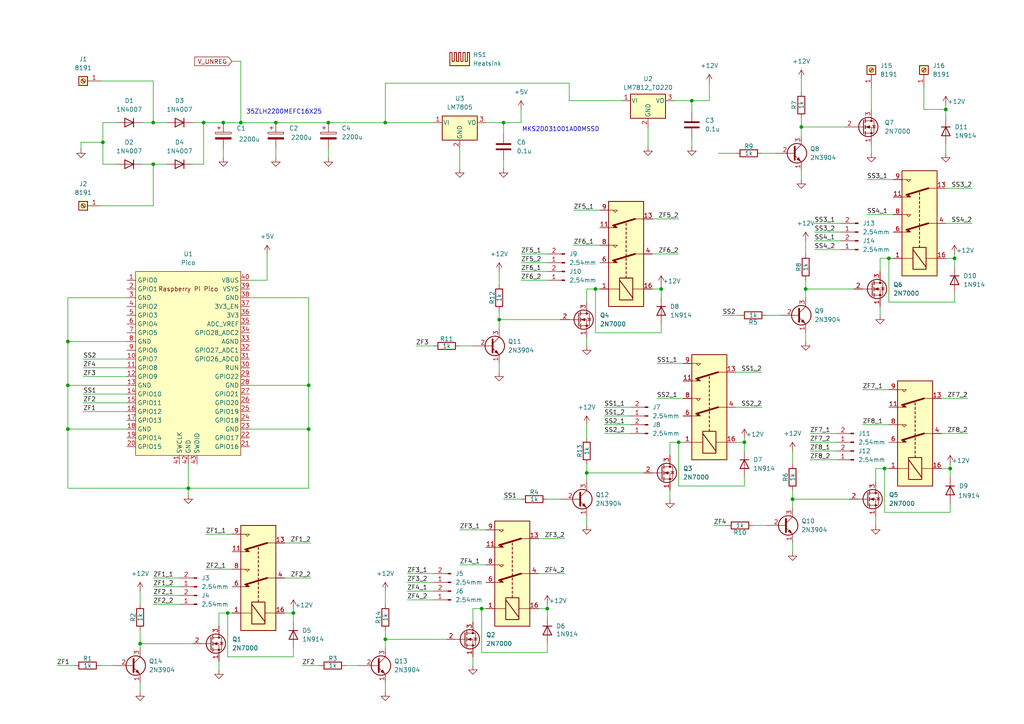
<source format=kicad_sch>
(kicad_sch (version 20231120) (generator "eeschema") (generator_version "8.0")
  (paper "A4")
  (junction (at 69.85 35.56))
  (junction (at 158.75 176.53))
  (junction (at 275.59 135.89))
  (junction (at 200.66 29.21))
  (junction (at 196.85 128.27))
  (junction (at 80.01 35.56))
  (junction (at 215.9 128.27))
  (junction (at 111.76 185.42))
  (junction (at 191.77 83.82))
  (junction (at 95.25 35.56))
  (junction (at 276.86 74.93))
  (junction (at 40.64 186.69))
  (junction (at 19.685 124.46))
  (junction (at 64.77 35.56))
  (junction (at 89.535 111.76))
  (junction (at 89.535 124.46))
  (junction (at 139.7 176.53))
  (junction (at 44.45 47.625))
  (junction (at 257.81 74.93))
  (junction (at 44.45 35.56))
  (junction (at 170.18 137.16))
  (junction (at 66.04 177.8))
  (junction (at 29.845 41.275))
  (junction (at 274.32 31.75))
  (junction (at 232.41 36.83))
  (junction (at 229.87 144.78))
  (junction (at 233.68 83.82))
  (junction (at 146.05 35.56))
  (junction (at 256.54 135.89))
  (junction (at 54.61 141.605))
  (junction (at 59.055 35.56))
  (junction (at 111.76 35.56))
  (junction (at 172.72 83.82))
  (junction (at 85.09 177.8))
  (junction (at 144.78 92.71))
  (junction (at 19.685 99.06))
  (junction (at 19.685 111.76))
  (wire (pts (xy 170.18 123.19) (xy 170.18 127)))
  (wire (pts (xy 190.5 115.57) (xy 198.12 115.57)))
  (wire (pts (xy 275.59 146.05) (xy 275.59 148.59)))
  (wire (pts (xy 111.76 35.56) (xy 125.73 35.56)))
  (wire (pts (xy 144.78 78.74) (xy 144.78 82.55)))
  (wire (pts (xy 80.01 43.18) (xy 80.01 45.72)))
  (wire (pts (xy 256.54 135.89) (xy 256.54 148.59)))
  (wire (pts (xy 170.18 83.82) (xy 170.18 87.63)))
  (wire (pts (xy 85.09 187.96) (xy 85.09 190.5)))
  (wire (pts (xy 85.09 190.5) (xy 66.04 190.5)))
  (wire (pts (xy 24.13 106.68) (xy 36.83 106.68)))
  (wire (pts (xy 170.18 83.82) (xy 172.72 83.82)))
  (wire (pts (xy 251.46 62.23) (xy 259.08 62.23)))
  (wire (pts (xy 59.69 165.1) (xy 67.31 165.1)))
  (wire (pts (xy 40.64 198.12) (xy 40.64 200.66)))
  (wire (pts (xy 250.19 123.19) (xy 257.81 123.19)))
  (wire (pts (xy 232.41 36.83) (xy 232.41 34.29)))
  (wire (pts (xy 276.86 74.93) (xy 276.86 77.47)))
  (wire (pts (xy 41.275 35.56) (xy 44.45 35.56)))
  (wire (pts (xy 89.535 124.46) (xy 89.535 111.76)))
  (wire (pts (xy 213.36 128.27) (xy 215.9 128.27)))
  (wire (pts (xy 194.31 142.24) (xy 194.31 144.78)))
  (wire (pts (xy 234.95 133.35) (xy 242.57 133.35)))
  (wire (pts (xy 200.66 40.005) (xy 200.66 42.545)))
  (wire (pts (xy 233.68 96.52) (xy 233.68 99.06)))
  (wire (pts (xy 257.81 74.93) (xy 255.27 74.93)))
  (wire (pts (xy 251.46 52.07) (xy 259.08 52.07)))
  (wire (pts (xy 100.33 193.04) (xy 104.14 193.04)))
  (wire (pts (xy 111.76 182.88) (xy 111.76 185.42)))
  (wire (pts (xy 24.13 119.38) (xy 36.83 119.38)))
  (wire (pts (xy 82.55 157.48) (xy 90.17 157.48)))
  (wire (pts (xy 191.77 96.52) (xy 172.72 96.52)))
  (wire (pts (xy 67.31 177.8) (xy 66.04 177.8)))
  (wire (pts (xy 170.18 137.16) (xy 170.18 139.7)))
  (wire (pts (xy 233.68 83.82) (xy 233.68 86.36)))
  (wire (pts (xy 24.13 104.14) (xy 36.83 104.14)))
  (wire (pts (xy 229.87 157.48) (xy 229.87 160.02)))
  (wire (pts (xy 85.09 177.8) (xy 85.09 176.53)))
  (wire (pts (xy 175.26 118.11) (xy 182.88 118.11)))
  (wire (pts (xy 229.87 130.81) (xy 229.87 134.62)))
  (wire (pts (xy 24.13 116.84) (xy 36.83 116.84)))
  (wire (pts (xy 158.75 186.69) (xy 158.75 189.23)))
  (wire (pts (xy 111.76 185.42) (xy 111.76 187.96)))
  (wire (pts (xy 156.21 156.21) (xy 163.83 156.21)))
  (wire (pts (xy 232.41 22.86) (xy 232.41 26.67)))
  (wire (pts (xy 118.11 173.99) (xy 125.73 173.99)))
  (wire (pts (xy 36.83 111.76) (xy 19.685 111.76)))
  (wire (pts (xy 59.055 47.625) (xy 55.88 47.625)))
  (wire (pts (xy 24.13 114.3) (xy 36.83 114.3)))
  (wire (pts (xy 72.39 81.28) (xy 77.47 81.28)))
  (wire (pts (xy 259.08 74.93) (xy 257.81 74.93)))
  (wire (pts (xy 194.31 128.27) (xy 194.31 132.08)))
  (wire (pts (xy 196.85 128.27) (xy 196.85 140.97)))
  (wire (pts (xy 191.77 83.82) (xy 191.77 82.55)))
  (wire (pts (xy 229.87 144.78) (xy 246.38 144.78)))
  (wire (pts (xy 165.1 29.21) (xy 165.1 24.13)))
  (wire (pts (xy 200.66 29.21) (xy 200.66 32.385)))
  (wire (pts (xy 111.76 198.12) (xy 111.76 200.66)))
  (wire (pts (xy 54.61 141.605) (xy 54.61 134.62)))
  (wire (pts (xy 175.26 123.19) (xy 182.88 123.19)))
  (wire (pts (xy 222.25 91.44) (xy 226.06 91.44)))
  (wire (pts (xy 267.97 31.75) (xy 274.32 31.75)))
  (wire (pts (xy 236.22 64.77) (xy 243.84 64.77)))
  (wire (pts (xy 191.77 93.98) (xy 191.77 96.52)))
  (wire (pts (xy 29.845 41.275) (xy 29.845 47.625)))
  (wire (pts (xy 63.5 191.77) (xy 63.5 194.31)))
  (wire (pts (xy 137.16 176.53) (xy 137.16 180.34)))
  (wire (pts (xy 120.65 100.33) (xy 125.73 100.33)))
  (wire (pts (xy 139.7 176.53) (xy 137.16 176.53)))
  (wire (pts (xy 274.32 74.93) (xy 276.86 74.93)))
  (wire (pts (xy 205.74 24.13) (xy 205.74 29.21)))
  (wire (pts (xy 29.21 23.495) (xy 44.45 23.495)))
  (wire (pts (xy 175.26 125.73) (xy 182.88 125.73)))
  (wire (pts (xy 180.34 29.21) (xy 165.1 29.21)))
  (wire (pts (xy 165.1 24.13) (xy 111.76 24.13)))
  (wire (pts (xy 274.32 64.77) (xy 281.94 64.77)))
  (wire (pts (xy 170.18 134.62) (xy 170.18 137.16)))
  (wire (pts (xy 133.35 43.18) (xy 133.35 48.895)))
  (wire (pts (xy 170.18 97.79) (xy 170.18 100.33)))
  (wire (pts (xy 40.64 182.88) (xy 40.64 186.69)))
  (wire (pts (xy 213.36 107.95) (xy 220.98 107.95)))
  (wire (pts (xy 166.37 71.12) (xy 173.99 71.12)))
  (wire (pts (xy 255.27 74.93) (xy 255.27 78.74)))
  (wire (pts (xy 276.86 85.09) (xy 276.86 87.63)))
  (wire (pts (xy 146.05 35.56) (xy 151.13 35.56)))
  (wire (pts (xy 89.535 124.46) (xy 89.535 141.605)))
  (wire (pts (xy 276.86 87.63) (xy 257.81 87.63)))
  (wire (pts (xy 44.45 35.56) (xy 48.26 35.56)))
  (wire (pts (xy 232.41 49.53) (xy 232.41 52.07)))
  (wire (pts (xy 111.76 171.45) (xy 111.76 175.26)))
  (wire (pts (xy 234.95 130.81) (xy 242.57 130.81)))
  (wire (pts (xy 172.72 83.82) (xy 173.99 83.82)))
  (wire (pts (xy 151.13 76.2) (xy 158.75 76.2)))
  (wire (pts (xy 273.05 135.89) (xy 275.59 135.89)))
  (wire (pts (xy 19.685 111.76) (xy 19.685 99.06)))
  (wire (pts (xy 220.98 44.45) (xy 224.79 44.45)))
  (wire (pts (xy 54.61 141.605) (xy 54.61 143.51)))
  (wire (pts (xy 23.495 41.275) (xy 29.845 41.275)))
  (wire (pts (xy 213.36 118.11) (xy 220.98 118.11)))
  (wire (pts (xy 166.37 60.96) (xy 173.99 60.96)))
  (wire (pts (xy 144.78 90.17) (xy 144.78 92.71)))
  (wire (pts (xy 82.55 167.64) (xy 90.17 167.64)))
  (wire (pts (xy 72.39 111.76) (xy 89.535 111.76)))
  (wire (pts (xy 236.22 67.31) (xy 243.84 67.31)))
  (wire (pts (xy 172.72 96.52) (xy 172.72 83.82)))
  (wire (pts (xy 36.83 124.46) (xy 19.685 124.46)))
  (wire (pts (xy 82.55 177.8) (xy 85.09 177.8)))
  (wire (pts (xy 36.83 86.36) (xy 19.685 86.36)))
  (wire (pts (xy 144.78 92.71) (xy 162.56 92.71)))
  (wire (pts (xy 275.59 135.89) (xy 275.59 134.62)))
  (wire (pts (xy 89.535 141.605) (xy 54.61 141.605)))
  (wire (pts (xy 140.97 35.56) (xy 146.05 35.56)))
  (wire (pts (xy 44.45 170.18) (xy 52.07 170.18)))
  (wire (pts (xy 196.85 128.27) (xy 194.31 128.27)))
  (wire (pts (xy 77.47 73.66) (xy 77.47 81.28)))
  (wire (pts (xy 151.13 73.66) (xy 158.75 73.66)))
  (wire (pts (xy 229.87 142.24) (xy 229.87 144.78)))
  (wire (pts (xy 89.535 111.76) (xy 89.535 86.36)))
  (wire (pts (xy 252.73 25.4) (xy 252.73 31.75)))
  (wire (pts (xy 158.75 176.53) (xy 158.75 175.26)))
  (wire (pts (xy 89.535 86.36) (xy 72.39 86.36)))
  (wire (pts (xy 140.97 176.53) (xy 139.7 176.53)))
  (wire (pts (xy 233.68 69.85) (xy 233.68 73.66)))
  (wire (pts (xy 257.81 74.93) (xy 257.81 87.63)))
  (wire (pts (xy 158.75 176.53) (xy 158.75 179.07)))
  (wire (pts (xy 156.21 166.37) (xy 163.83 166.37)))
  (wire (pts (xy 19.685 124.46) (xy 19.685 111.76)))
  (wire (pts (xy 191.77 83.82) (xy 191.77 86.36)))
  (wire (pts (xy 133.35 100.33) (xy 137.16 100.33)))
  (wire (pts (xy 44.45 47.625) (xy 44.45 59.69)))
  (wire (pts (xy 66.04 177.8) (xy 63.5 177.8)))
  (wire (pts (xy 275.59 135.89) (xy 275.59 138.43)))
  (wire (pts (xy 144.78 105.41) (xy 144.78 107.95)))
  (wire (pts (xy 24.13 109.22) (xy 36.83 109.22)))
  (wire (pts (xy 69.85 35.56) (xy 80.01 35.56)))
  (wire (pts (xy 267.97 25.4) (xy 267.97 31.75)))
  (wire (pts (xy 72.39 124.46) (xy 89.535 124.46)))
  (wire (pts (xy 170.18 149.86) (xy 170.18 152.4)))
  (wire (pts (xy 250.19 113.03) (xy 257.81 113.03)))
  (wire (pts (xy 59.055 35.56) (xy 59.055 47.625)))
  (wire (pts (xy 189.23 63.5) (xy 196.85 63.5)))
  (wire (pts (xy 245.11 36.83) (xy 232.41 36.83)))
  (wire (pts (xy 209.55 91.44) (xy 214.63 91.44)))
  (wire (pts (xy 215.9 138.43) (xy 215.9 140.97)))
  (wire (pts (xy 274.32 54.61) (xy 281.94 54.61)))
  (wire (pts (xy 274.32 31.75) (xy 274.32 30.48)))
  (wire (pts (xy 158.75 144.78) (xy 162.56 144.78)))
  (wire (pts (xy 233.68 83.82) (xy 233.68 81.28)))
  (wire (pts (xy 236.22 69.85) (xy 243.84 69.85)))
  (wire (pts (xy 254 149.86) (xy 254 152.4)))
  (wire (pts (xy 234.95 128.27) (xy 242.57 128.27)))
  (wire (pts (xy 63.5 177.8) (xy 63.5 181.61)))
  (wire (pts (xy 233.68 83.82) (xy 247.65 83.82)))
  (wire (pts (xy 198.12 128.27) (xy 196.85 128.27)))
  (wire (pts (xy 215.9 140.97) (xy 196.85 140.97)))
  (wire (pts (xy 273.05 115.57) (xy 280.67 115.57)))
  (wire (pts (xy 19.685 99.06) (xy 36.83 99.06)))
  (wire (pts (xy 85.09 177.8) (xy 85.09 180.34)))
  (wire (pts (xy 236.22 72.39) (xy 243.84 72.39)))
  (wire (pts (xy 111.76 185.42) (xy 129.54 185.42)))
  (wire (pts (xy 95.25 35.56) (xy 111.76 35.56)))
  (wire (pts (xy 218.44 152.4) (xy 222.25 152.4)))
  (wire (pts (xy 254 135.89) (xy 254 139.7)))
  (wire (pts (xy 190.5 105.41) (xy 198.12 105.41)))
  (wire (pts (xy 273.05 125.73) (xy 280.67 125.73)))
  (wire (pts (xy 19.685 124.46) (xy 19.685 141.605)))
  (wire (pts (xy 118.11 166.37) (xy 125.73 166.37)))
  (wire (pts (xy 33.655 35.56) (xy 29.845 35.56)))
  (wire (pts (xy 44.45 175.26) (xy 52.07 175.26)))
  (wire (pts (xy 133.35 163.83) (xy 140.97 163.83)))
  (wire (pts (xy 208.28 44.45) (xy 213.36 44.45)))
  (wire (pts (xy 175.26 120.65) (xy 182.88 120.65)))
  (wire (pts (xy 274.32 31.75) (xy 274.32 34.29)))
  (wire (pts (xy 215.9 128.27) (xy 215.9 130.81)))
  (wire (pts (xy 274.32 41.91) (xy 274.32 44.45)))
  (wire (pts (xy 189.23 73.66) (xy 196.85 73.66)))
  (wire (pts (xy 41.275 47.625) (xy 44.45 47.625)))
  (wire (pts (xy 19.685 86.36) (xy 19.685 99.06)))
  (wire (pts (xy 139.7 176.53) (xy 139.7 189.23)))
  (wire (pts (xy 252.73 41.91) (xy 252.73 44.45)))
  (wire (pts (xy 146.05 35.56) (xy 146.05 38.735)))
  (wire (pts (xy 59.055 35.56) (xy 64.77 35.56)))
  (wire (pts (xy 146.05 46.355) (xy 146.05 48.895)))
  (wire (pts (xy 29.845 35.56) (xy 29.845 41.275)))
  (wire (pts (xy 207.01 152.4) (xy 210.82 152.4)))
  (wire (pts (xy 187.96 36.83) (xy 187.96 42.545)))
  (wire (pts (xy 44.45 172.72) (xy 52.07 172.72)))
  (wire (pts (xy 137.16 190.5) (xy 137.16 193.04)))
  (wire (pts (xy 95.25 43.18) (xy 95.25 45.72)))
  (wire (pts (xy 111.76 24.13) (xy 111.76 35.56)))
  (wire (pts (xy 40.64 171.45) (xy 40.64 175.26)))
  (wire (pts (xy 170.18 137.16) (xy 186.69 137.16)))
  (wire (pts (xy 151.13 78.74) (xy 158.75 78.74)))
  (wire (pts (xy 44.45 47.625) (xy 48.26 47.625)))
  (wire (pts (xy 276.86 74.93) (xy 276.86 73.66)))
  (wire (pts (xy 44.45 23.495) (xy 44.45 35.56)))
  (wire (pts (xy 29.21 59.69) (xy 44.45 59.69)))
  (wire (pts (xy 40.64 186.69) (xy 40.64 187.96)))
  (wire (pts (xy 23.495 43.18) (xy 23.495 41.275)))
  (wire (pts (xy 146.05 144.78) (xy 151.13 144.78)))
  (wire (pts (xy 232.41 36.83) (xy 232.41 39.37)))
  (wire (pts (xy 257.81 135.89) (xy 256.54 135.89)))
  (wire (pts (xy 69.85 17.78) (xy 69.85 35.56)))
  (wire (pts (xy 80.01 35.56) (xy 95.25 35.56)))
  (wire (pts (xy 195.58 29.21) (xy 200.66 29.21)))
  (wire (pts (xy 87.63 193.04) (xy 92.71 193.04)))
  (wire (pts (xy 156.21 176.53) (xy 158.75 176.53)))
  (wire (pts (xy 151.13 35.56) (xy 151.13 31.75)))
  (wire (pts (xy 275.59 148.59) (xy 256.54 148.59)))
  (wire (pts (xy 29.21 193.04) (xy 33.02 193.04)))
  (wire (pts (xy 234.95 125.73) (xy 242.57 125.73)))
  (wire (pts (xy 29.845 47.625) (xy 33.655 47.625)))
  (wire (pts (xy 44.45 167.64) (xy 52.07 167.64)))
  (wire (pts (xy 67.31 17.78) (xy 69.85 17.78)))
  (wire (pts (xy 189.23 83.82) (xy 191.77 83.82)))
  (wire (pts (xy 16.51 193.04) (xy 21.59 193.04)))
  (wire (pts (xy 255.27 88.9) (xy 255.27 91.44)))
  (wire (pts (xy 118.11 171.45) (xy 125.73 171.45)))
  (wire (pts (xy 55.88 35.56) (xy 59.055 35.56)))
  (wire (pts (xy 64.77 43.18) (xy 64.77 45.72)))
  (wire (pts (xy 200.66 29.21) (xy 205.74 29.21)))
  (wire (pts (xy 144.78 92.71) (xy 144.78 95.25)))
  (wire (pts (xy 19.685 141.605) (xy 54.61 141.605)))
  (wire (pts (xy 151.13 81.28) (xy 158.75 81.28)))
  (wire (pts (xy 229.87 144.78) (xy 229.87 147.32)))
  (wire (pts (xy 59.69 154.94) (xy 67.31 154.94)))
  (wire (pts (xy 66.04 177.8) (xy 66.04 190.5)))
  (wire (pts (xy 139.7 189.23) (xy 158.75 189.23)))
  (wire (pts (xy 215.9 128.27) (xy 215.9 127)))
  (wire (pts (xy 64.77 35.56) (xy 69.85 35.56)))
  (wire (pts (xy 118.11 168.91) (xy 125.73 168.91)))
  (wire (pts (xy 40.64 186.69) (xy 55.88 186.69)))
  (wire (pts (xy 133.35 153.67) (xy 140.97 153.67)))
  (wire (pts (xy 256.54 135.89) (xy 254 135.89)))
  (text "35ZLH2200MEFC16X25" (at 71.374 33.274 0) (effects (font (size 1.27 1.27)) (justify left bottom)))
  (text "MKS2D031001A00MSSD" (at 151.384 38.354 0) (effects (font (size 1.27 1.27)) (justify left bottom)))
  (label "SS4_2" (at 281.94 64.77 180))
  (label "ZF6_2" (at 151.13 81.28 0))
  (label "SS1_1" (at 175.26 118.11 0))
  (label "ZF3" (at 24.13 109.22 0))
  (label "ZF7_2" (at 280.67 115.57 180))
  (label "SS3_1" (at 236.22 64.77 0))
  (label "ZF2_1" (at 44.45 172.72 0))
  (label "SS1_1" (at 190.5 105.41 0))
  (label "SS3_2" (at 281.94 54.61 180))
  (label "ZF4_2" (at 163.83 166.37 180))
  (label "SS4_1" (at 251.46 62.23 0))
  (label "ZF4" (at 24.13 106.68 0))
  (label "ZF8_1" (at 250.19 123.19 0))
  (label "SS1_2" (at 220.98 107.95 180))
  (label "ZF3_2" (at 118.11 168.91 0))
  (label "ZF2_2" (at 44.45 175.26 0))
  (label "ZF3" (at 120.65 100.33 0))
  (label "SS2_1" (at 190.5 115.57 0))
  (label "ZF6_1" (at 166.37 71.12 0))
  (label "ZF2_1" (at 59.69 165.1 0))
  (label "SS2_2" (at 220.98 118.11 180))
  (label "ZF2" (at 87.63 193.04 0))
  (label "ZF8_1" (at 234.95 130.81 0))
  (label "ZF8_2" (at 234.95 133.35 0))
  (label "ZF5_2" (at 196.85 63.5 180))
  (label "SS3_2" (at 236.22 67.31 0))
  (label "SS2_2" (at 175.26 125.73 0))
  (label "ZF5_2" (at 151.13 76.2 0))
  (label "ZF1" (at 16.51 193.04 0))
  (label "ZF4_1" (at 133.35 163.83 0))
  (label "ZF7_1" (at 234.95 125.73 0))
  (label "ZF3_1" (at 118.11 166.37 0))
  (label "ZF1_2" (at 44.45 170.18 0))
  (label "ZF2" (at 24.13 116.84 0))
  (label "ZF4_2" (at 118.11 173.99 0))
  (label "SS2" (at 209.55 91.44 0))
  (label "ZF1_1" (at 44.45 167.64 0))
  (label "ZF8_2" (at 280.67 125.73 180))
  (label "SS2_1" (at 175.26 123.19 0))
  (label "SS4_2" (at 236.22 72.39 0))
  (label "ZF1_1" (at 59.69 154.94 0))
  (label "SS1_2" (at 175.26 120.65 0))
  (label "ZF7_2" (at 234.95 128.27 0))
  (label "SS4_1" (at 236.22 69.85 0))
  (label "ZF1_2" (at 90.17 157.48 180))
  (label "SS1" (at 24.13 114.3 0))
  (label "ZF4" (at 207.01 152.4 0))
  (label "ZF6_1" (at 151.13 78.74 0))
  (label "ZF2_2" (at 90.17 167.64 180))
  (label "ZF7_1" (at 250.19 113.03 0))
  (label "SS2" (at 24.13 104.14 0))
  (label "ZF3_2" (at 163.83 156.21 180))
  (label "ZF4_1" (at 118.11 171.45 0))
  (label "ZF3_1" (at 133.35 153.67 0))
  (label "SS1" (at 146.05 144.78 0))
  (label "ZF6_2" (at 196.85 73.66 180))
  (label "ZF5_1" (at 151.13 73.66 0))
  (label "ZF1" (at 24.13 119.38 0))
  (label "SS3_1" (at 251.46 52.07 0))
  (label "ZF5_1" (at 166.37 60.96 0))
  (global_label "V_UNREG" (shape input) (at 67.31 17.78 180) (property "Intersheetrefs" "${INTERSHEET_REFS}" (effects (hide yes))))
  (symbol (lib_id "Transistor_FET:2N7000") (at 250.19 36.83 0) (unit 1)
    (property "Reference" "Q7" (at 256.54 35.5599 0) (effects (justify left)))
    (property "Value" "2N7000" (at 256.54 38.0999 0) (effects (justify left)))
    (property "Footprint" "Package_TO_SOT_THT:TO-92_Inline_Wide" (effects (hide yes)))
    (property "Datasheet" "https://www.vishay.com/docs/70226/70226.pdf" (effects (hide yes)))
    (property "Description" "0.2A Id, 200V Vds, N-Channel MOSFET, 2.6V Logic Level, TO-92" (effects (hide yes)))
  )
  (symbol (lib_id "Diode:1N914") (at 158.75 182.88 270) (unit 1)
    (property "Reference" "D6" (at 161.29 181.6099 90) (effects (justify left)))
    (property "Value" "1N914" (at 161.29 183.896 90) (effects (justify left)))
    (property "Footprint" "Diode_THT:D_DO-35_SOD27_P7.62mm_Horizontal" (effects (hide yes)))
    (property "Datasheet" "http://www.vishay.com/docs/85622/1n914.pdf" (effects (hide yes)))
    (property "Description" "100V 0.3A Small Signal Fast Switching Diode, DO-35" (effects (hide yes)))
    (property "Sim.Device" "D" (effects (hide yes)))
    (property "Sim.Pins" "1=K 2=A" (effects (hide yes)))
  )
  (symbol (lib_id "Device:R") (at 232.41 30.48 180) (unit 1)
    (property "Reference" "R7" (at 230.378 30.48 90))
    (property "Value" "1k" (at 232.41 30.48 90))
    (property "Footprint" "Resistor_THT:R_Axial_DIN0207_L6.3mm_D2.5mm_P5.08mm_Vertical" (effects (hide yes)))
    (property "Description" "Resistor" (effects (hide yes)))
  )
  (symbol (lib_id "Relay:G5V-2") (at 148.59 166.37 90) (unit 1)
    (property "Reference" "K2" (effects (hide yes)))
    (property "Value" "G5V-2" (effects (hide yes)))
    (property "Footprint" "Relay_THT:Relay_DPDT_Omron_G5V-2" (effects (hide yes)))
    (property "Datasheet" "http://omronfs.omron.com/en_US/ecb/products/pdf/en-g5v_2.pdf" (effects (hide yes)))
    (property "Description" "Relay Miniature Omron DPDT" (effects (hide yes)))
  )
  (symbol (lib_id "Regulator_Linear:LM7812_TO220") (at 187.96 29.21 0) (unit 1)
    (property "Reference" "U2" (at 187.96 22.86 0))
    (property "Value" "LM7812_TO220" (at 187.96 25.4 0))
    (property "Footprint" "Package_TO_SOT_THT:TO-220-3_Vertical" (effects (hide yes)))
    (property "Datasheet" "https://www.onsemi.cn/PowerSolutions/document/MC7800-D.PDF" (effects (hide yes)))
    (property "Description" "Positive 1A 35V Linear Regulator, Fixed Output 12V, TO-220" (effects (hide yes)))
  )
  (symbol (lib_id "Connector:Conn_01x02_Pin") (at 130.81 168.91 180) (unit 1)
    (property "Reference" "J5" (at 132.08 166.3699 0) (effects (justify right)))
    (property "Value" "2.54mm" (at 132.08 168.9099 0) (effects (justify right)))
    (property "Footprint" "Connector_PinHeader_2.54mm:PinHeader_1x02_P2.54mm_Vertical" (effects (hide yes)))
    (property "Description" "Generic connector, single row, 01x02, script generated" (effects (hide yes)))
  )
  (symbol (lib_id "Connector:Conn_01x02_Pin") (at 248.92 67.31 180) (unit 1)
    (property "Reference" "J13" (at 250.19 64.7699 0) (effects (justify right)))
    (property "Value" "2.54mm" (at 250.19 67.3099 0) (effects (justify right)))
    (property "Footprint" "Connector_PinHeader_2.54mm:PinHeader_1x02_P2.54mm_Vertical" (effects (hide yes)))
    (property "Description" "Generic connector, single row, 01x02, script generated" (effects (hide yes)))
  )
  (symbol (lib_id "Device:R") (at 129.54 100.33 90) (unit 1)
    (property "Reference" "R11" (at 129.54 98.298 90))
    (property "Value" "1k" (at 129.54 100.33 90))
    (property "Footprint" "Resistor_THT:R_Axial_DIN0207_L6.3mm_D2.5mm_P5.08mm_Vertical" (effects (hide yes)))
    (property "Description" "Resistor" (effects (hide yes)))
  )
  (symbol (lib_id "Device:R") (at 154.94 144.78 90) (unit 1)
    (property "Reference" "R4" (at 154.94 142.748 90))
    (property "Value" "1k" (at 154.94 144.78 90))
    (property "Footprint" "Resistor_THT:R_Axial_DIN0207_L6.3mm_D2.5mm_P5.08mm_Vertical" (effects (hide yes)))
    (property "Description" "Resistor" (effects (hide yes)))
  )
  (symbol (lib_id "Relay:G5V-2") (at 74.93 167.64 90) (unit 1)
    (property "Reference" "K1" (effects (hide yes)))
    (property "Value" "G5V-2" (effects (hide yes)))
    (property "Footprint" "Relay_THT:Relay_DPDT_Omron_G5V-2" (effects (hide yes)))
    (property "Datasheet" "http://omronfs.omron.com/en_US/ecb/products/pdf/en-g5v_2.pdf" (effects (hide yes)))
    (property "Description" "Relay Miniature Omron DPDT" (effects (hide yes)))
  )
  (symbol (lib_id "power:+12V") (at 233.68 69.85 0) (unit 1)
    (property "Reference" "#PWR027" (effects (hide yes)))
    (property "Value" "+12V" (at 233.68 64.77 0))
    (property "Description" "Power symbol creates a global label with name \"+12V\"" (effects (hide yes)))
  )
  (symbol (lib_id "Device:R") (at 217.17 44.45 90) (unit 1)
    (property "Reference" "R9" (at 217.17 42.418 90))
    (property "Value" "1k" (at 217.17 44.45 90))
    (property "Footprint" "Resistor_THT:R_Axial_DIN0207_L6.3mm_D2.5mm_P5.08mm_Vertical" (effects (hide yes)))
    (property "Description" "Resistor" (effects (hide yes)))
  )
  (symbol (lib_id "Transistor_FET:2N7000") (at 167.64 92.71 0) (unit 1)
    (property "Reference" "Q4" (at 173.99 91.4399 0) (effects (justify left)))
    (property "Value" "2N7000" (at 173.99 93.9799 0) (effects (justify left)))
    (property "Footprint" "Package_TO_SOT_THT:TO-92_Inline_Wide" (effects (hide yes)))
    (property "Datasheet" "https://www.vishay.com/docs/70226/70226.pdf" (effects (hide yes)))
    (property "Description" "0.2A Id, 200V Vds, N-Channel MOSFET, 2.6V Logic Level, TO-92" (effects (hide yes)))
  )
  (symbol (lib_id "Connector:Conn_01x02_Pin") (at 247.65 128.27 180) (unit 1)
    (property "Reference" "J11" (at 248.92 125.7299 0) (effects (justify right)))
    (property "Value" "2.54mm" (at 248.92 128.2699 0) (effects (justify right)))
    (property "Footprint" "Connector_PinHeader_2.54mm:PinHeader_1x02_P2.54mm_Vertical" (effects (hide yes)))
    (property "Description" "Generic connector, single row, 01x02, script generated" (effects (hide yes)))
  )
  (symbol (lib_id "Transistor_BJT:2N3904") (at 38.1 193.04 0) (unit 1)
    (property "Reference" "Q14" (at 43.18 191.7699 0) (effects (justify left)))
    (property "Value" "2N3904" (at 43.18 194.3099 0) (effects (justify left)))
    (property "Footprint" "Package_TO_SOT_THT:TO-92L_Inline_Wide" (effects (hide yes)))
    (property "Datasheet" "https://www.onsemi.com/pub/Collateral/2N3903-D.PDF" (effects (hide yes)))
    (property "Description" "0.2A Ic, 40V Vce, Small Signal NPN Transistor, TO-92" (effects (hide yes)))
  )
  (symbol (lib_id "power:+12V") (at 191.77 82.55 0) (unit 1)
    (property "Reference" "#PWR021" (effects (hide yes)))
    (property "Value" "+12V" (at 194.818 81.534 0))
    (property "Description" "Power symbol creates a global label with name \"+12V\"" (effects (hide yes)))
  )
  (symbol (lib_id "Connector:Conn_01x02_Pin") (at 163.83 81.28 180) (unit 1)
    (property "Reference" "J10" (at 165.1 78.7399 0) (effects (justify right)))
    (property "Value" "2.54mm" (at 165.1 81.2799 0) (effects (justify right)))
    (property "Footprint" "Connector_PinHeader_2.54mm:PinHeader_1x02_P2.54mm_Vertical" (effects (hide yes)))
    (property "Description" "Generic connector, single row, 01x02, script generated" (effects (hide yes)))
  )
  (symbol (lib_id "power:+5V") (at 151.13 31.75 0) (unit 1)
    (property "Reference" "#PWR02" (effects (hide yes)))
    (property "Value" "+5V" (at 151.13 26.67 0))
  )
  (symbol (lib_name "GND_1") (lib_id "power:GND") (at 133.35 48.895 0) (unit 1)
    (property "Reference" "#PWR04" (effects (hide yes)))
    (property "Value" "GND" (effects (hide yes)))
  )
  (symbol (lib_name "GND_1") (lib_id "power:GND") (at 40.64 200.66 0) (unit 1)
    (property "Reference" "#PWR041" (effects (hide yes)))
    (property "Value" "GND" (effects (hide yes)))
  )
  (symbol (lib_name "GND_1") (lib_id "power:GND") (at 23.495 43.18 0) (unit 1)
    (property "Reference" "#PWR01" (effects (hide yes)))
    (property "Value" "GND" (effects (hide yes)))
  )
  (symbol (lib_id "Diode:1N4007") (at 37.465 47.625 180) (unit 1)
    (property "Reference" "D2" (at 37.465 41.275 0))
    (property "Value" "1N4007" (at 37.465 43.815 0))
    (property "Footprint" "Diode_THT:D_DO-41_SOD81_P10.16mm_Horizontal" (effects (hide yes)))
    (property "Datasheet" "http://www.vishay.com/docs/88503/1n4001.pdf" (effects (hide yes)))
    (property "Sim.Device" "D" (effects (hide yes)))
    (property "Sim.Pins" "1=K 2=A" (effects (hide yes)))
  )
  (symbol (lib_name "GND_1") (lib_id "power:GND") (at 233.68 99.06 0) (unit 1)
    (property "Reference" "#PWR028" (effects (hide yes)))
    (property "Value" "GND" (effects (hide yes)))
  )
  (symbol (lib_id "Mechanical:Heatsink") (at 133.35 19.05 0) (unit 1)
    (property "Reference" "HS1" (at 137.16 15.8749 0) (effects (justify left)))
    (property "Value" "Heatsink" (at 137.16 18.4149 0) (effects (justify left)))
    (property "Footprint" "Heatsink:Heatsink_Fischer_SK104-STCB_35x13mm__2xDrill3.5mm_ScrewM3" (effects (hide yes)))
    (property "Description" "Heatsink" (effects (hide yes)))
  )
  (symbol (lib_name "GND_1") (lib_id "power:GND") (at 187.96 42.545 0) (unit 1)
    (property "Reference" "#PWR07" (effects (hide yes)))
    (property "Value" "GND" (effects (hide yes)))
  )
  (symbol (lib_name "GND_1") (lib_id "power:GND") (at 170.18 152.4 0) (unit 1)
    (property "Reference" "#PWR037" (effects (hide yes)))
    (property "Value" "GND" (effects (hide yes)))
  )
  (symbol (lib_id "Device:R") (at 111.76 179.07 180) (unit 1)
    (property "Reference" "R14" (at 109.728 179.07 90))
    (property "Value" "1k" (at 111.76 179.07 90))
    (property "Footprint" "Resistor_THT:R_Axial_DIN0207_L6.3mm_D2.5mm_P5.08mm_Vertical" (effects (hide yes)))
    (property "Description" "Resistor" (effects (hide yes)))
  )
  (symbol (lib_id "Diode:1N914") (at 275.59 142.24 270) (unit 1)
    (property "Reference" "D9" (at 278.13 140.9699 90) (effects (justify left)))
    (property "Value" "1N914" (at 277.876 143.764 90) (effects (justify left)))
    (property "Footprint" "Diode_THT:D_DO-35_SOD27_P7.62mm_Horizontal" (effects (hide yes)))
    (property "Datasheet" "http://www.vishay.com/docs/85622/1n914.pdf" (effects (hide yes)))
    (property "Description" "100V 0.3A Small Signal Fast Switching Diode, DO-35" (effects (hide yes)))
    (property "Sim.Device" "D" (effects (hide yes)))
    (property "Sim.Pins" "1=K 2=A" (effects (hide yes)))
  )
  (symbol (lib_id "Diode:1N914") (at 85.09 184.15 270) (unit 1)
    (property "Reference" "D5" (at 87.63 182.8799 90) (effects (justify left)))
    (property "Value" "1N914" (at 87.63 185.42 90) (effects (justify left)))
    (property "Footprint" "Diode_THT:D_DO-35_SOD27_P7.62mm_Horizontal" (effects (hide yes)))
    (property "Datasheet" "http://www.vishay.com/docs/85622/1n914.pdf" (effects (hide yes)))
    (property "Description" "100V 0.3A Small Signal Fast Switching Diode, DO-35" (effects (hide yes)))
    (property "Sim.Device" "D" (effects (hide yes)))
    (property "Sim.Pins" "1=K 2=A" (effects (hide yes)))
  )
  (symbol (lib_id "Connector:Conn_01x02_Pin") (at 248.92 72.39 180) (unit 1)
    (property "Reference" "J14" (at 250.19 69.8499 0) (effects (justify right)))
    (property "Value" "2.54mm" (at 250.19 72.3899 0) (effects (justify right)))
    (property "Footprint" "Connector_PinHeader_2.54mm:PinHeader_1x02_P2.54mm_Vertical" (effects (hide yes)))
    (property "Description" "Generic connector, single row, 01x02, script generated" (effects (hide yes)))
  )
  (symbol (lib_id "Transistor_FET:2N7000") (at 134.62 185.42 0) (unit 1)
    (property "Reference" "Q2" (at 140.97 184.1499 0) (effects (justify left)))
    (property "Value" "2N7000" (at 140.97 186.6899 0) (effects (justify left)))
    (property "Footprint" "Package_TO_SOT_THT:TO-92_Inline_Wide" (effects (hide yes)))
    (property "Datasheet" "https://www.vishay.com/docs/70226/70226.pdf" (effects (hide yes)))
    (property "Description" "0.2A Id, 200V Vds, N-Channel MOSFET, 2.6V Logic Level, TO-92" (effects (hide yes)))
  )
  (symbol (lib_id "Connector:Conn_01x02_Pin") (at 163.83 76.2 180) (unit 1)
    (property "Reference" "J9" (at 165.1 73.6599 0) (effects (justify right)))
    (property "Value" "2.54mm" (at 165.1 76.1999 0) (effects (justify right)))
    (property "Footprint" "Connector_PinHeader_2.54mm:PinHeader_1x02_P2.54mm_Vertical" (effects (hide yes)))
    (property "Description" "Generic connector, single row, 01x02, script generated" (effects (hide yes)))
  )
  (symbol (lib_id "Transistor_BJT:2N3904") (at 231.14 91.44 0) (unit 1)
    (property "Reference" "Q9" (at 236.22 90.1699 0) (effects (justify left)))
    (property "Value" "2N3904" (at 236.22 92.7099 0) (effects (justify left)))
    (property "Footprint" "Package_TO_SOT_THT:TO-92L_Inline_Wide" (effects (hide yes)))
    (property "Datasheet" "https://www.onsemi.com/pub/Collateral/2N3903-D.PDF" (effects (hide yes)))
    (property "Description" "0.2A Ic, 40V Vce, Small Signal NPN Transistor, TO-92" (effects (hide yes)))
  )
  (symbol (lib_id "Connector:Conn_01x02_Pin") (at 187.96 120.65 180) (unit 1)
    (property "Reference" "J7" (at 189.23 118.1099 0) (effects (justify right)))
    (property "Value" "2.54mm" (at 189.23 120.6499 0) (effects (justify right)))
    (property "Footprint" "Connector_PinHeader_2.54mm:PinHeader_1x02_P2.54mm_Vertical" (effects (hide yes)))
    (property "Description" "Generic connector, single row, 01x02, script generated" (effects (hide yes)))
  )
  (symbol (lib_id "Transistor_BJT:2N3904") (at 227.33 152.4 0) (unit 1)
    (property "Reference" "Q10" (at 232.41 151.1299 0) (effects (justify left)))
    (property "Value" "2N3904" (at 232.41 153.6699 0) (effects (justify left)))
    (property "Footprint" "Package_TO_SOT_THT:TO-92L_Inline_Wide" (effects (hide yes)))
    (property "Datasheet" "https://www.onsemi.com/pub/Collateral/2N3903-D.PDF" (effects (hide yes)))
    (property "Description" "0.2A Ic, 40V Vce, Small Signal NPN Transistor, TO-92" (effects (hide yes)))
  )
  (symbol (lib_name "GND_1") (lib_id "power:GND") (at 137.16 193.04 0) (unit 1)
    (property "Reference" "#PWR016" (effects (hide yes)))
    (property "Value" "GND" (effects (hide yes)))
  )
  (symbol (lib_id "power:+12V") (at 205.74 24.13 0) (unit 1)
    (property "Reference" "#PWR011" (effects (hide yes)))
    (property "Value" "+12V" (at 205.74 19.05 0))
    (property "Description" "Power symbol creates a global label with name \"+12V\"" (effects (hide yes)))
  )
  (symbol (lib_id "Connector:Conn_01x02_Pin") (at 57.15 170.18 180) (unit 1)
    (property "Reference" "J3" (at 58.42 167.6399 0) (effects (justify right)))
    (property "Value" "2.54mm" (at 58.42 170.1799 0) (effects (justify right)))
    (property "Footprint" "Connector_PinHeader_2.54mm:PinHeader_1x02_P2.54mm_Vertical" (effects (hide yes)))
    (property "Description" "Generic connector, single row, 01x02, script generated" (effects (hide yes)))
  )
  (symbol (lib_id "Connector:Conn_01x02_Pin") (at 130.81 173.99 180) (unit 1)
    (property "Reference" "J6" (at 132.08 171.4499 0) (effects (justify right)))
    (property "Value" "2.54mm" (at 132.08 173.9899 0) (effects (justify right)))
    (property "Footprint" "Connector_PinHeader_2.54mm:PinHeader_1x02_P2.54mm_Vertical" (effects (hide yes)))
    (property "Description" "Generic connector, single row, 01x02, script generated" (effects (hide yes)))
  )
  (symbol (lib_id "Device:R") (at 233.68 77.47 180) (unit 1)
    (property "Reference" "R8" (at 231.648 77.47 90))
    (property "Value" "1k" (at 233.68 77.47 90))
    (property "Footprint" "Resistor_THT:R_Axial_DIN0207_L6.3mm_D2.5mm_P5.08mm_Vertical" (effects (hide yes)))
    (property "Description" "Resistor" (effects (hide yes)))
  )
  (symbol (lib_name "GND_1") (lib_id "power:GND") (at 63.5 194.31 0) (unit 1)
    (property "Reference" "#PWR014" (effects (hide yes)))
    (property "Value" "GND" (effects (hide yes)))
  )
  (symbol (lib_name "GND_1") (lib_id "power:GND") (at 170.18 100.33 0) (unit 1)
    (property "Reference" "#PWR020" (effects (hide yes)))
    (property "Value" "GND" (effects (hide yes)))
  )
  (symbol (lib_name "GND_1") (lib_id "power:GND") (at 54.61 143.51 0) (unit 1)
    (property "Reference" "#PWR010" (effects (hide yes)))
    (property "Value" "GND" (effects (hide yes)))
  )
  (symbol (lib_id "Transistor_BJT:2N3904") (at 229.87 44.45 0) (unit 1)
    (property "Reference" "Q8" (at 234.95 43.1799 0) (effects (justify left)))
    (property "Value" "2N3904" (at 234.95 45.7199 0) (effects (justify left)))
    (property "Footprint" "Package_TO_SOT_THT:TO-92L_Inline_Wide" (effects (hide yes)))
    (property "Datasheet" "https://www.onsemi.com/pub/Collateral/2N3903-D.PDF" (effects (hide yes)))
    (property "Description" "0.2A Ic, 40V Vce, Small Signal NPN Transistor, TO-92" (effects (hide yes)))
  )
  (symbol (lib_name "GND_1") (lib_id "power:GND") (at 229.87 160.02 0) (unit 1)
    (property "Reference" "#PWR030" (effects (hide yes)))
    (property "Value" "GND" (effects (hide yes)))
  )
  (symbol (lib_id "Connector:Screw_Terminal_01x01") (at 252.73 20.32 90) (unit 1)
    (property "Reference" "J15" (at 255.27 19.0499 90) (effects (justify right)))
    (property "Value" "8191" (at 255.27 21.5899 90) (effects (justify right)))
    (property "Footprint" "CustomKicadFootprint:KEYSTONE_8191" (effects (hide yes)))
  )
  (symbol (lib_id "Device:C_Polarized") (at 80.01 39.37 0) (unit 1)
    (property "Reference" "C2" (at 83.82 37.211 0) (effects (justify left)))
    (property "Value" "2200u" (at 84.328 39.878 0) (effects (justify left)))
    (property "Footprint" "Capacitor_THT:CP_Radial_D16.0mm_P7.50mm" (effects (hide yes)))
  )
  (symbol (lib_id "Device:C_Polarized") (at 64.77 39.37 0) (unit 1)
    (property "Reference" "C1" (at 68.58 37.211 0) (effects (justify left)))
    (property "Value" "2200u" (at 69.215 40.386 0) (effects (justify left)))
    (property "Footprint" "Capacitor_THT:CP_Radial_D16.0mm_P7.50mm" (effects (hide yes)))
  )
  (symbol (lib_name "GND_1") (lib_id "power:GND") (at 95.25 45.72 0) (unit 1)
    (property "Reference" "#PWR012" (effects (hide yes)))
    (property "Value" "GND" (effects (hide yes)))
  )
  (symbol (lib_id "Connector:Conn_01x02_Pin") (at 247.65 133.35 180) (unit 1)
    (property "Reference" "J12" (at 248.92 130.8099 0) (effects (justify right)))
    (property "Value" "2.54mm" (at 248.92 133.3499 0) (effects (justify right)))
    (property "Footprint" "Connector_PinHeader_2.54mm:PinHeader_1x02_P2.54mm_Vertical" (effects (hide yes)))
    (property "Description" "Generic connector, single row, 01x02, script generated" (effects (hide yes)))
  )
  (symbol (lib_id "Diode:1N914") (at 276.86 81.28 270) (unit 1)
    (property "Reference" "D10" (at 279.4 80.0099 90) (effects (justify left)))
    (property "Value" "1N914" (at 279.4 82.5499 90) (effects (justify left)))
    (property "Footprint" "Diode_THT:D_DO-35_SOD27_P7.62mm_Horizontal" (effects (hide yes)))
    (property "Datasheet" "http://www.vishay.com/docs/85622/1n914.pdf" (effects (hide yes)))
    (property "Description" "100V 0.3A Small Signal Fast Switching Diode, DO-35" (effects (hide yes)))
    (property "Sim.Device" "D" (effects (hide yes)))
    (property "Sim.Pins" "1=K 2=A" (effects (hide yes)))
  )
  (symbol (lib_id "power:+12V") (at 215.9 127 0) (unit 1)
    (property "Reference" "#PWR019" (effects (hide yes)))
    (property "Value" "+12V" (at 218.948 125.984 0))
    (property "Description" "Power symbol creates a global label with name \"+12V\"" (effects (hide yes)))
  )
  (symbol (lib_name "GND_1") (lib_id "power:GND") (at 64.77 45.72 0) (unit 1)
    (property "Reference" "#PWR03" (effects (hide yes)))
    (property "Value" "GND" (effects (hide yes)))
  )
  (symbol (lib_id "power:+5V") (at 77.47 73.66 0) (unit 1)
    (property "Reference" "#PWR09" (effects (hide yes)))
    (property "Value" "+5V" (at 77.47 68.58 0))
  )
  (symbol (lib_id "Regulator_Linear:LM7805_TO220") (at 133.35 35.56 0) (unit 1)
    (property "Reference" "U3" (at 133.35 28.575 0))
    (property "Value" "LM7805" (at 133.35 31.115 0))
    (property "Footprint" "Package_TO_SOT_THT:TO-220-3_Vertical" (effects (hide yes)))
    (property "Datasheet" "https://www.onsemi.cn/PowerSolutions/document/MC7800-D.PDF" (effects (hide yes)))
  )
  (symbol (lib_name "GND_1") (lib_id "power:GND") (at 274.32 44.45 0) (unit 1)
    (property "Reference" "#PWR034" (effects (hide yes)))
    (property "Value" "GND" (effects (hide yes)))
  )
  (symbol (lib_id "Device:R") (at 96.52 193.04 90) (unit 1)
    (property "Reference" "R3" (at 96.52 191.008 90))
    (property "Value" "1k" (at 96.52 193.04 90))
    (property "Footprint" "Resistor_THT:R_Axial_DIN0207_L6.3mm_D2.5mm_P5.08mm_Vertical" (effects (hide yes)))
    (property "Description" "Resistor" (effects (hide yes)))
  )
  (symbol (lib_name "GND_1") (lib_id "power:GND") (at 252.73 44.45 0) (unit 1)
    (property "Reference" "#PWR032" (effects (hide yes)))
    (property "Value" "GND" (effects (hide yes)))
  )
  (symbol (lib_id "Device:C") (at 200.66 36.195 0) (unit 1)
    (property "Reference" "C3" (at 204.47 34.925 0) (effects (justify left)))
    (property "Value" "0.1u" (at 204.47 37.465 0) (effects (justify left)))
    (property "Footprint" "Capacitor_THT:C_Rect_L7.0mm_W2.5mm_P5.00mm" (effects (hide yes)))
  )
  (symbol (lib_id "power:+12V") (at 158.75 175.26 0) (unit 1)
    (property "Reference" "#PWR017" (effects (hide yes)))
    (property "Value" "+12V" (at 161.798 174.244 0))
    (property "Description" "Power symbol creates a global label with name \"+12V\"" (effects (hide yes)))
  )
  (symbol (lib_id "Diode:1N914") (at 191.77 90.17 270) (unit 1)
    (property "Reference" "D8" (at 194.31 88.8999 90) (effects (justify left)))
    (property "Value" "1N914" (at 194.31 91.4399 90) (effects (justify left)))
    (property "Footprint" "Diode_THT:D_DO-35_SOD27_P7.62mm_Horizontal" (effects (hide yes)))
    (property "Datasheet" "http://www.vishay.com/docs/85622/1n914.pdf" (effects (hide yes)))
    (property "Description" "100V 0.3A Small Signal Fast Switching Diode, DO-35" (effects (hide yes)))
    (property "Sim.Device" "D" (effects (hide yes)))
    (property "Sim.Pins" "1=K 2=A" (effects (hide yes)))
  )
  (symbol (lib_id "Transistor_BJT:2N3904") (at 142.24 100.33 0) (unit 1)
    (property "Reference" "Q11" (at 147.32 99.0599 0) (effects (justify left)))
    (property "Value" "2N3904" (at 147.32 101.5999 0) (effects (justify left)))
    (property "Footprint" "Package_TO_SOT_THT:TO-92L_Inline_Wide" (effects (hide yes)))
    (property "Datasheet" "https://www.onsemi.com/pub/Collateral/2N3903-D.PDF" (effects (hide yes)))
    (property "Description" "0.2A Ic, 40V Vce, Small Signal NPN Transistor, TO-92" (effects (hide yes)))
  )
  (symbol (lib_id "Connector:Screw_Terminal_01x01") (at 24.13 59.69 180) (unit 1)
    (property "Reference" "J2" (at 24.13 53.34 0))
    (property "Value" "8191" (at 24.13 55.88 0))
    (property "Footprint" "CustomKicadFootprint:KEYSTONE_8191" (effects (hide yes)))
  )
  (symbol (lib_id "power:+12V") (at 276.86 73.66 0) (unit 1)
    (property "Reference" "#PWR025" (effects (hide yes)))
    (property "Value" "+12V" (at 279.908 72.644 0))
    (property "Description" "Power symbol creates a global label with name \"+12V\"" (effects (hide yes)))
  )
  (symbol (lib_id "Device:R") (at 40.64 179.07 180) (unit 1)
    (property "Reference" "R2" (at 38.608 179.07 90))
    (property "Value" "1k" (at 40.64 179.07 90))
    (property "Footprint" "Resistor_THT:R_Axial_DIN0207_L6.3mm_D2.5mm_P5.08mm_Vertical" (effects (hide yes)))
    (property "Description" "Resistor" (effects (hide yes)))
  )
  (symbol (lib_id "power:+12V") (at 232.41 22.86 0) (unit 1)
    (property "Reference" "#PWR013" (effects (hide yes)))
    (property "Value" "+12V" (at 232.41 17.78 0))
    (property "Description" "Power symbol creates a global label with name \"+12V\"" (effects (hide yes)))
  )
  (symbol (lib_id "power:+12V") (at 144.78 78.74 0) (unit 1)
    (property "Reference" "#PWR031" (effects (hide yes)))
    (property "Value" "+12V" (at 144.78 73.66 0))
    (property "Description" "Power symbol creates a global label with name \"+12V\"" (effects (hide yes)))
  )
  (symbol (lib_id "power:+12V") (at 170.18 123.19 0) (unit 1)
    (property "Reference" "#PWR036" (effects (hide yes)))
    (property "Value" "+12V" (at 170.18 118.11 0))
    (property "Description" "Power symbol creates a global label with name \"+12V\"" (effects (hide yes)))
  )
  (symbol (lib_id "Device:R") (at 214.63 152.4 270) (unit 1)
    (property "Reference" "R10" (at 214.63 154.432 90))
    (property "Value" "1k" (at 214.63 152.4 90))
    (property "Footprint" "Resistor_THT:R_Axial_DIN0207_L6.3mm_D2.5mm_P5.08mm_Vertical" (effects (hide yes)))
    (property "Description" "Resistor" (effects (hide yes)))
  )
  (symbol (lib_name "GND_1") (lib_id "power:GND") (at 80.01 45.72 0) (unit 1)
    (property "Reference" "#PWR06" (effects (hide yes)))
    (property "Value" "GND" (effects (hide yes)))
  )
  (symbol (lib_id "Transistor_FET:2N7000") (at 60.96 186.69 0) (unit 1)
    (property "Reference" "Q1" (at 67.31 185.4199 0) (effects (justify left)))
    (property "Value" "2N7000" (at 67.31 187.9599 0) (effects (justify left)))
    (property "Footprint" "Package_TO_SOT_THT:TO-92_Inline_Wide" (effects (hide yes)))
    (property "Datasheet" "https://www.vishay.com/docs/70226/70226.pdf" (effects (hide yes)))
    (property "Description" "0.2A Id, 200V Vds, N-Channel MOSFET, 2.6V Logic Level, TO-92" (effects (hide yes)))
  )
  (symbol (lib_id "Diode:1N914") (at 274.32 38.1 270) (unit 1)
    (property "Reference" "D11" (at 276.86 36.8299 90) (effects (justify left)))
    (property "Value" "1N914" (at 276.86 39.3699 90) (effects (justify left)))
    (property "Footprint" "Diode_THT:D_DO-35_SOD27_P7.62mm_Horizontal" (effects (hide yes)))
    (property "Datasheet" "http://www.vishay.com/docs/85622/1n914.pdf" (effects (hide yes)))
    (property "Description" "100V 0.3A Small Signal Fast Switching Diode, DO-35" (effects (hide yes)))
    (property "Sim.Device" "D" (effects (hide yes)))
    (property "Sim.Pins" "1=K 2=A" (effects (hide yes)))
  )
  (symbol (lib_id "Device:R") (at 229.87 138.43 180) (unit 1)
    (property "Reference" "R6" (at 227.838 138.43 90))
    (property "Value" "1k" (at 229.87 138.43 90))
    (property "Footprint" "Resistor_THT:R_Axial_DIN0207_L6.3mm_D2.5mm_P5.08mm_Vertical" (effects (hide yes)))
    (property "Description" "Resistor" (effects (hide yes)))
  )
  (symbol (lib_id "power:+12V") (at 274.32 30.48 0) (unit 1)
    (property "Reference" "#PWR033" (effects (hide yes)))
    (property "Value" "+12V" (at 277.368 29.464 0))
    (property "Description" "Power symbol creates a global label with name \"+12V\"" (effects (hide yes)))
  )
  (symbol (lib_name "GND_1") (lib_id "power:GND") (at 232.41 52.07 0) (unit 1)
    (property "Reference" "#PWR026" (effects (hide yes)))
    (property "Value" "GND" (effects (hide yes)))
  )
  (symbol (lib_name "GND_1") (lib_id "power:GND") (at 144.78 107.95 0) (unit 1)
    (property "Reference" "#PWR035" (effects (hide yes)))
    (property "Value" "GND" (effects (hide yes)))
  )
  (symbol (lib_id "power:+12V") (at 229.87 130.81 0) (unit 1)
    (property "Reference" "#PWR029" (effects (hide yes)))
    (property "Value" "+12V" (at 229.87 125.73 0))
    (property "Description" "Power symbol creates a global label with name \"+12V\"" (effects (hide yes)))
  )
  (symbol (lib_name "GND_1") (lib_id "power:GND") (at 194.31 144.78 0) (unit 1)
    (property "Reference" "#PWR018" (effects (hide yes)))
    (property "Value" "GND" (effects (hide yes)))
  )
  (symbol (lib_id "Device:C_Polarized") (at 95.25 39.37 0) (unit 1)
    (property "Reference" "C4" (at 99.06 37.2109 0) (effects (justify left)))
    (property "Value" "2200u" (at 99.06 39.7509 0) (effects (justify left)))
    (property "Footprint" "Capacitor_THT:CP_Radial_D16.0mm_P7.50mm" (effects (hide yes)))
  )
  (symbol (lib_id "Relay:G5V-2") (at 181.61 73.66 90) (unit 1)
    (property "Reference" "K4" (effects (hide yes)))
    (property "Value" "G5V-2" (effects (hide yes)))
    (property "Footprint" "Relay_THT:Relay_DPDT_Omron_G5V-2" (effects (hide yes)))
    (property "Datasheet" "http://omronfs.omron.com/en_US/ecb/products/pdf/en-g5v_2.pdf" (effects (hide yes)))
    (property "Description" "Relay Miniature Omron DPDT" (effects (hide yes)))
  )
  (symbol (lib_id "Transistor_BJT:2N3904") (at 109.22 193.04 0) (unit 1)
    (property "Reference" "Q13" (at 114.3 191.7699 0) (effects (justify left)))
    (property "Value" "2N3904" (at 114.3 194.3099 0) (effects (justify left)))
    (property "Footprint" "Package_TO_SOT_THT:TO-92L_Inline_Wide" (effects (hide yes)))
    (property "Datasheet" "https://www.onsemi.com/pub/Collateral/2N3903-D.PDF" (effects (hide yes)))
    (property "Description" "0.2A Ic, 40V Vce, Small Signal NPN Transistor, TO-92" (effects (hide yes)))
  )
  (symbol (lib_id "Diode:1N4007") (at 37.465 35.56 180) (unit 1)
    (property "Reference" "D1" (at 37.465 29.21 0))
    (property "Value" "1N4007" (at 37.465 31.75 0))
    (property "Footprint" "Diode_THT:D_DO-41_SOD81_P10.16mm_Horizontal" (effects (hide yes)))
    (property "Datasheet" "http://www.vishay.com/docs/88503/1n4001.pdf" (effects (hide yes)))
    (property "Sim.Device" "D" (effects (hide yes)))
    (property "Sim.Pins" "1=K 2=A" (effects (hide yes)))
  )
  (symbol (lib_name "GND_1") (lib_id "power:GND") (at 146.05 48.895 0) (unit 1)
    (property "Reference" "#PWR05" (effects (hide yes)))
    (property "Value" "GND" (effects (hide yes)))
  )
  (symbol (lib_id "Device:R") (at 170.18 130.81 180) (unit 1)
    (property "Reference" "R13" (at 168.148 130.81 90))
    (property "Value" "1k" (at 170.18 130.81 90))
    (property "Footprint" "Resistor_THT:R_Axial_DIN0207_L6.3mm_D2.5mm_P5.08mm_Vertical" (effects (hide yes)))
    (property "Description" "Resistor" (effects (hide yes)))
  )
  (symbol (lib_id "Relay:G5V-2") (at 205.74 118.11 90) (unit 1)
    (property "Reference" "K3" (effects (hide yes)))
    (property "Value" "G5V-2" (effects (hide yes)))
    (property "Footprint" "Relay_THT:Relay_DPDT_Omron_G5V-2" (effects (hide yes)))
    (property "Datasheet" "http://omronfs.omron.com/en_US/ecb/products/pdf/en-g5v_2.pdf" (effects (hide yes)))
    (property "Description" "Relay Miniature Omron DPDT" (effects (hide yes)))
  )
  (symbol (lib_id "power:+12V") (at 40.64 171.45 0) (unit 1)
    (property "Reference" "#PWR040" (effects (hide yes)))
    (property "Value" "+12V" (at 40.64 166.37 0))
    (property "Description" "Power symbol creates a global label with name \"+12V\"" (effects (hide yes)))
  )
  (symbol (lib_name "GND_1") (lib_id "power:GND") (at 255.27 91.44 0) (unit 1)
    (property "Reference" "#PWR024" (effects (hide yes)))
    (property "Value" "GND" (effects (hide yes)))
  )
  (symbol (lib_name "GND_1") (lib_id "power:GND") (at 200.66 42.545 0) (unit 1)
    (property "Reference" "#PWR08" (effects (hide yes)))
    (property "Value" "GND" (effects (hide yes)))
  )
  (symbol (lib_id "Connector:Conn_01x02_Pin") (at 187.96 125.73 180) (unit 1)
    (property "Reference" "J8" (at 189.23 123.1899 0) (effects (justify right)))
    (property "Value" "2.54mm" (at 189.23 125.7299 0) (effects (justify right)))
    (property "Footprint" "Connector_PinHeader_2.54mm:PinHeader_1x02_P2.54mm_Vertical" (effects (hide yes)))
    (property "Description" "Generic connector, single row, 01x02, script generated" (effects (hide yes)))
  )
  (symbol (lib_id "power:+12V") (at 275.59 134.62 0) (unit 1)
    (property "Reference" "#PWR023" (effects (hide yes)))
    (property "Value" "+12V" (at 278.638 133.604 0))
    (property "Description" "Power symbol creates a global label with name \"+12V\"" (effects (hide yes)))
  )
  (symbol (lib_name "GND_1") (lib_id "power:GND") (at 111.76 200.66 0) (unit 1)
    (property "Reference" "#PWR039" (effects (hide yes)))
    (property "Value" "GND" (effects (hide yes)))
  )
  (symbol (lib_id "power:+12V") (at 85.09 176.53 0) (unit 1)
    (property "Reference" "#PWR015" (effects (hide yes)))
    (property "Value" "+12V" (at 88.138 175.514 0))
    (property "Description" "Power symbol creates a global label with name \"+12V\"" (effects (hide yes)))
  )
  (symbol (lib_id "Transistor_FET:2N7000") (at 251.46 144.78 0) (unit 1)
    (property "Reference" "Q5" (at 257.81 143.5099 0) (effects (justify left)))
    (property "Value" "2N7000" (at 257.81 146.0499 0) (effects (justify left)))
    (property "Footprint" "Package_TO_SOT_THT:TO-92_Inline_Wide" (effects (hide yes)))
    (property "Datasheet" "https://www.vishay.com/docs/70226/70226.pdf" (effects (hide yes)))
    (property "Description" "0.2A Id, 200V Vds, N-Channel MOSFET, 2.6V Logic Level, TO-92" (effects (hide yes)))
  )
  (symbol (lib_id "Device:R") (at 218.44 91.44 270) (unit 1)
    (property "Reference" "R5" (at 218.44 93.472 90))
    (property "Value" "1k" (at 218.44 91.44 90))
    (property "Footprint" "Resistor_THT:R_Axial_DIN0207_L6.3mm_D2.5mm_P5.08mm_Vertical" (effects (hide yes)))
    (property "Description" "Resistor" (effects (hide yes)))
  )
  (symbol (lib_id "Transistor_FET:2N7000") (at 252.73 83.82 0) (unit 1)
    (property "Reference" "Q6" (at 259.08 82.5499 0) (effects (justify left)))
    (property "Value" "2N7000" (at 259.08 85.0899 0) (effects (justify left)))
    (property "Footprint" "Package_TO_SOT_THT:TO-92_Inline_Wide" (effects (hide yes)))
    (property "Datasheet" "https://www.vishay.com/docs/70226/70226.pdf" (effects (hide yes)))
    (property "Description" "0.2A Id, 200V Vds, N-Channel MOSFET, 2.6V Logic Level, TO-92" (effects (hide yes)))
  )
  (symbol (lib_id "Relay:G5V-2") (at 265.43 125.73 90) (unit 1)
    (property "Reference" "K5" (effects (hide yes)))
    (property "Value" "G5V-2" (effects (hide yes)))
    (property "Footprint" "Relay_THT:Relay_DPDT_Omron_G5V-2" (effects (hide yes)))
    (property "Datasheet" "http://omronfs.omron.com/en_US/ecb/products/pdf/en-g5v_2.pdf" (effects (hide yes)))
    (property "Description" "Relay Miniature Omron DPDT" (effects (hide yes)))
  )
  (symbol (lib_id "Connector:Screw_Terminal_01x01") (at 267.97 20.32 90) (unit 1)
    (property "Reference" "J16" (at 270.51 19.0499 90) (effects (justify right)))
    (property "Value" "8191" (at 270.51 21.5899 90) (effects (justify right)))
    (property "Footprint" "CustomKicadFootprint:KEYSTONE_8191" (effects (hide yes)))
  )
  (symbol (lib_id "Transistor_BJT:2N3904") (at 167.64 144.78 0) (unit 1)
    (property "Reference" "Q12" (at 172.72 143.5099 0) (effects (justify left)))
    (property "Value" "2N3904" (at 172.72 146.0499 0) (effects (justify left)))
    (property "Footprint" "Package_TO_SOT_THT:TO-92L_Inline_Wide" (effects (hide yes)))
    (property "Datasheet" "https://www.onsemi.com/pub/Collateral/2N3903-D.PDF" (effects (hide yes)))
    (property "Description" "0.2A Ic, 40V Vce, Small Signal NPN Transistor, TO-92" (effects (hide yes)))
  )
  (symbol (lib_id "Device:C") (at 146.05 42.545 0) (unit 1)
    (property "Reference" "C6" (at 149.86 41.275 0) (effects (justify left)))
    (property "Value" "0.1u" (at 149.86 43.815 0) (effects (justify left)))
    (property "Footprint" "Capacitor_THT:C_Rect_L7.0mm_W2.5mm_P5.00mm" (effects (hide yes)))
  )
  (symbol (lib_name "GND_1") (lib_id "power:GND") (at 254 152.4 0) (unit 1)
    (property "Reference" "#PWR022" (effects (hide yes)))
    (property "Value" "GND" (effects (hide yes)))
  )
  (symbol (lib_id "Diode:1N4007") (at 52.07 47.625 180) (unit 1)
    (property "Reference" "D4" (at 52.07 41.275 0))
    (property "Value" "1N4007" (at 52.07 43.815 0))
    (property "Footprint" "Diode_THT:D_DO-41_SOD81_P10.16mm_Horizontal" (effects (hide yes)))
    (property "Datasheet" "http://www.vishay.com/docs/88503/1n4001.pdf" (effects (hide yes)))
    (property "Sim.Device" "D" (effects (hide yes)))
    (property "Sim.Pins" "1=K 2=A" (effects (hide yes)))
  )
  (symbol (lib_id "power:+12V") (at 111.76 171.45 0) (unit 1)
    (property "Reference" "#PWR038" (effects (hide yes)))
    (property "Value" "+12V" (at 111.76 166.37 0))
    (property "Description" "Power symbol creates a global label with name \"+12V\"" (effects (hide yes)))
  )
  (symbol (lib_id "Diode:1N4007") (at 52.07 35.56 180) (unit 1)
    (property "Reference" "D3" (at 52.07 29.21 0))
    (property "Value" "1N4007" (at 52.07 31.75 0))
    (property "Footprint" "Diode_THT:D_DO-41_SOD81_P10.16mm_Horizontal" (effects (hide yes)))
    (property "Datasheet" "http://www.vishay.com/docs/88503/1n4001.pdf" (effects (hide yes)))
    (property "Sim.Device" "D" (effects (hide yes)))
    (property "Sim.Pins" "1=K 2=A" (effects (hide yes)))
  )
  (symbol (lib_id "Diode:1N914") (at 215.9 134.62 270) (unit 1)
    (property "Reference" "D7" (at 218.44 133.3499 90) (effects (justify left)))
    (property "Value" "1N914" (at 218.44 135.8899 90) (effects (justify left)))
    (property "Footprint" "Diode_THT:D_DO-35_SOD27_P7.62mm_Horizontal" (effects (hide yes)))
    (property "Datasheet" "http://www.vishay.com/docs/85622/1n914.pdf" (effects (hide yes)))
    (property "Description" "100V 0.3A Small Signal Fast Switching Diode, DO-35" (effects (hide yes)))
    (property "Sim.Device" "D" (effects (hide yes)))
    (property "Sim.Pins" "1=K 2=A" (effects (hide yes)))
  )
  (symbol (lib_id "Connector:Screw_Terminal_01x01") (at 24.13 23.495 180) (unit 1)
    (property "Reference" "J1" (at 24.13 17.145 0))
    (property "Value" "8191" (at 24.13 19.685 0))
    (property "Footprint" "CustomKicadFootprint:KEYSTONE_8191" (effects (hide yes)))
  )
  (symbol (lib_id "Device:R") (at 25.4 193.04 90) (unit 1)
    (property "Reference" "R1" (at 25.4 191.008 90))
    (property "Value" "1k" (at 25.4 193.04 90))
    (property "Footprint" "Resistor_THT:R_Axial_DIN0207_L6.3mm_D2.5mm_P5.08mm_Vertical" (effects (hide yes)))
    (property "Description" "Resistor" (effects (hide yes)))
  )
  (symbol (lib_id "Relay:G5V-2") (at 266.7 64.77 90) (unit 1)
    (property "Reference" "K6" (effects (hide yes)))
    (property "Value" "G5V-2" (effects (hide yes)))
    (property "Footprint" "Relay_THT:Relay_DPDT_Omron_G5V-2" (effects (hide yes)))
    (property "Datasheet" "http://omronfs.omron.com/en_US/ecb/products/pdf/en-g5v_2.pdf" (effects (hide yes)))
    (property "Description" "Relay Miniature Omron DPDT" (effects (hide yes)))
  )
  (symbol (lib_id "Connector:Conn_01x02_Pin") (at 57.15 175.26 180) (unit 1)
    (property "Reference" "J4" (at 58.42 172.7199 0) (effects (justify right)))
    (property "Value" "2.54mm" (at 58.42 175.2599 0) (effects (justify right)))
    (property "Footprint" "Connector_PinHeader_2.54mm:PinHeader_1x02_P2.54mm_Vertical" (effects (hide yes)))
    (property "Description" "Generic connector, single row, 01x02, script generated" (effects (hide yes)))
  )
  (symbol (lib_id "MCU_RaspberryPi_and_Boards:Pico") (at 54.61 105.41 0) (unit 1)
    (property "Reference" "U1" (at 54.61 73.66 0))
    (property "Value" "Pico" (at 54.61 76.2 0))
    (property "Footprint" "MCU_RaspberryPi_and_Boards:RPi_Pico_SMD_TH" (effects (hide yes)))
  )
  (symbol (lib_id "Transistor_FET:2N7000") (at 191.77 137.16 0) (unit 1)
    (property "Reference" "Q3" (at 198.12 135.8899 0) (effects (justify left)))
    (property "Value" "2N7000" (at 198.12 138.4299 0) (effects (justify left)))
    (property "Footprint" "Package_TO_SOT_THT:TO-92_Inline_Wide" (effects (hide yes)))
    (property "Datasheet" "https://www.vishay.com/docs/70226/70226.pdf" (effects (hide yes)))
    (property "Description" "0.2A Id, 200V Vds, N-Channel MOSFET, 2.6V Logic Level, TO-92" (effects (hide yes)))
  )
  (symbol (lib_id "Device:R") (at 144.78 86.36 180) (unit 1)
    (property "Reference" "R12" (at 142.748 86.36 90))
    (property "Value" "1k" (at 144.78 86.36 90))
    (property "Footprint" "Resistor_THT:R_Axial_DIN0207_L6.3mm_D2.5mm_P5.08mm_Vertical" (effects (hide yes)))
    (property "Description" "Resistor" (effects (hide yes)))
  )
)
</source>
